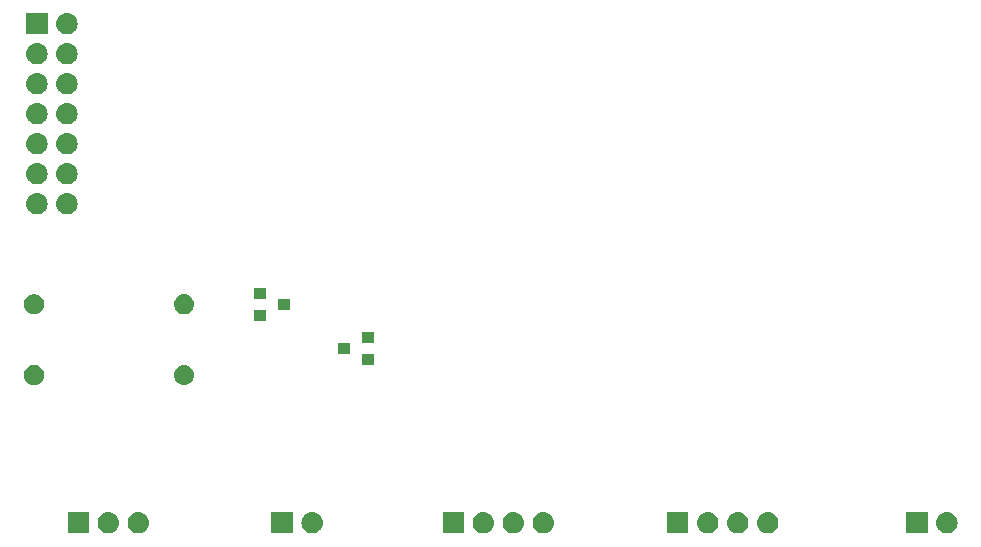
<source format=gbr>
G04 #@! TF.GenerationSoftware,KiCad,Pcbnew,(5.1.4)-1*
G04 #@! TF.CreationDate,2019-08-22T22:42:39+09:00*
G04 #@! TF.ProjectId,kagisys_shield,6b616769-7379-4735-9f73-6869656c642e,rev?*
G04 #@! TF.SameCoordinates,Original*
G04 #@! TF.FileFunction,Soldermask,Top*
G04 #@! TF.FilePolarity,Negative*
%FSLAX46Y46*%
G04 Gerber Fmt 4.6, Leading zero omitted, Abs format (unit mm)*
G04 Created by KiCad (PCBNEW (5.1.4)-1) date 2019-08-22 22:42:39*
%MOMM*%
%LPD*%
G04 APERTURE LIST*
%ADD10C,0.100000*%
G04 APERTURE END LIST*
D10*
G36*
X109151000Y-99901000D02*
G01*
X107349000Y-99901000D01*
X107349000Y-98099000D01*
X109151000Y-98099000D01*
X109151000Y-99901000D01*
X109151000Y-99901000D01*
G37*
G36*
X180151000Y-99901000D02*
G01*
X178349000Y-99901000D01*
X178349000Y-98099000D01*
X180151000Y-98099000D01*
X180151000Y-99901000D01*
X180151000Y-99901000D01*
G37*
G36*
X140901000Y-99901000D02*
G01*
X139099000Y-99901000D01*
X139099000Y-98099000D01*
X140901000Y-98099000D01*
X140901000Y-99901000D01*
X140901000Y-99901000D01*
G37*
G36*
X142650442Y-98105518D02*
G01*
X142716627Y-98112037D01*
X142886466Y-98163557D01*
X143042991Y-98247222D01*
X143078729Y-98276552D01*
X143180186Y-98359814D01*
X143263448Y-98461271D01*
X143292778Y-98497009D01*
X143376443Y-98653534D01*
X143427963Y-98823373D01*
X143445359Y-99000000D01*
X143427963Y-99176627D01*
X143376443Y-99346466D01*
X143292778Y-99502991D01*
X143263448Y-99538729D01*
X143180186Y-99640186D01*
X143078729Y-99723448D01*
X143042991Y-99752778D01*
X142886466Y-99836443D01*
X142716627Y-99887963D01*
X142650443Y-99894481D01*
X142584260Y-99901000D01*
X142495740Y-99901000D01*
X142429557Y-99894481D01*
X142363373Y-99887963D01*
X142193534Y-99836443D01*
X142037009Y-99752778D01*
X142001271Y-99723448D01*
X141899814Y-99640186D01*
X141816552Y-99538729D01*
X141787222Y-99502991D01*
X141703557Y-99346466D01*
X141652037Y-99176627D01*
X141634641Y-99000000D01*
X141652037Y-98823373D01*
X141703557Y-98653534D01*
X141787222Y-98497009D01*
X141816552Y-98461271D01*
X141899814Y-98359814D01*
X142001271Y-98276552D01*
X142037009Y-98247222D01*
X142193534Y-98163557D01*
X142363373Y-98112037D01*
X142429558Y-98105518D01*
X142495740Y-98099000D01*
X142584260Y-98099000D01*
X142650442Y-98105518D01*
X142650442Y-98105518D01*
G37*
G36*
X145190442Y-98105518D02*
G01*
X145256627Y-98112037D01*
X145426466Y-98163557D01*
X145582991Y-98247222D01*
X145618729Y-98276552D01*
X145720186Y-98359814D01*
X145803448Y-98461271D01*
X145832778Y-98497009D01*
X145916443Y-98653534D01*
X145967963Y-98823373D01*
X145985359Y-99000000D01*
X145967963Y-99176627D01*
X145916443Y-99346466D01*
X145832778Y-99502991D01*
X145803448Y-99538729D01*
X145720186Y-99640186D01*
X145618729Y-99723448D01*
X145582991Y-99752778D01*
X145426466Y-99836443D01*
X145256627Y-99887963D01*
X145190443Y-99894481D01*
X145124260Y-99901000D01*
X145035740Y-99901000D01*
X144969557Y-99894481D01*
X144903373Y-99887963D01*
X144733534Y-99836443D01*
X144577009Y-99752778D01*
X144541271Y-99723448D01*
X144439814Y-99640186D01*
X144356552Y-99538729D01*
X144327222Y-99502991D01*
X144243557Y-99346466D01*
X144192037Y-99176627D01*
X144174641Y-99000000D01*
X144192037Y-98823373D01*
X144243557Y-98653534D01*
X144327222Y-98497009D01*
X144356552Y-98461271D01*
X144439814Y-98359814D01*
X144541271Y-98276552D01*
X144577009Y-98247222D01*
X144733534Y-98163557D01*
X144903373Y-98112037D01*
X144969558Y-98105518D01*
X145035740Y-98099000D01*
X145124260Y-98099000D01*
X145190442Y-98105518D01*
X145190442Y-98105518D01*
G37*
G36*
X147730442Y-98105518D02*
G01*
X147796627Y-98112037D01*
X147966466Y-98163557D01*
X148122991Y-98247222D01*
X148158729Y-98276552D01*
X148260186Y-98359814D01*
X148343448Y-98461271D01*
X148372778Y-98497009D01*
X148456443Y-98653534D01*
X148507963Y-98823373D01*
X148525359Y-99000000D01*
X148507963Y-99176627D01*
X148456443Y-99346466D01*
X148372778Y-99502991D01*
X148343448Y-99538729D01*
X148260186Y-99640186D01*
X148158729Y-99723448D01*
X148122991Y-99752778D01*
X147966466Y-99836443D01*
X147796627Y-99887963D01*
X147730443Y-99894481D01*
X147664260Y-99901000D01*
X147575740Y-99901000D01*
X147509557Y-99894481D01*
X147443373Y-99887963D01*
X147273534Y-99836443D01*
X147117009Y-99752778D01*
X147081271Y-99723448D01*
X146979814Y-99640186D01*
X146896552Y-99538729D01*
X146867222Y-99502991D01*
X146783557Y-99346466D01*
X146732037Y-99176627D01*
X146714641Y-99000000D01*
X146732037Y-98823373D01*
X146783557Y-98653534D01*
X146867222Y-98497009D01*
X146896552Y-98461271D01*
X146979814Y-98359814D01*
X147081271Y-98276552D01*
X147117009Y-98247222D01*
X147273534Y-98163557D01*
X147443373Y-98112037D01*
X147509558Y-98105518D01*
X147575740Y-98099000D01*
X147664260Y-98099000D01*
X147730442Y-98105518D01*
X147730442Y-98105518D01*
G37*
G36*
X110900442Y-98105518D02*
G01*
X110966627Y-98112037D01*
X111136466Y-98163557D01*
X111292991Y-98247222D01*
X111328729Y-98276552D01*
X111430186Y-98359814D01*
X111513448Y-98461271D01*
X111542778Y-98497009D01*
X111626443Y-98653534D01*
X111677963Y-98823373D01*
X111695359Y-99000000D01*
X111677963Y-99176627D01*
X111626443Y-99346466D01*
X111542778Y-99502991D01*
X111513448Y-99538729D01*
X111430186Y-99640186D01*
X111328729Y-99723448D01*
X111292991Y-99752778D01*
X111136466Y-99836443D01*
X110966627Y-99887963D01*
X110900443Y-99894481D01*
X110834260Y-99901000D01*
X110745740Y-99901000D01*
X110679557Y-99894481D01*
X110613373Y-99887963D01*
X110443534Y-99836443D01*
X110287009Y-99752778D01*
X110251271Y-99723448D01*
X110149814Y-99640186D01*
X110066552Y-99538729D01*
X110037222Y-99502991D01*
X109953557Y-99346466D01*
X109902037Y-99176627D01*
X109884641Y-99000000D01*
X109902037Y-98823373D01*
X109953557Y-98653534D01*
X110037222Y-98497009D01*
X110066552Y-98461271D01*
X110149814Y-98359814D01*
X110251271Y-98276552D01*
X110287009Y-98247222D01*
X110443534Y-98163557D01*
X110613373Y-98112037D01*
X110679558Y-98105518D01*
X110745740Y-98099000D01*
X110834260Y-98099000D01*
X110900442Y-98105518D01*
X110900442Y-98105518D01*
G37*
G36*
X113440442Y-98105518D02*
G01*
X113506627Y-98112037D01*
X113676466Y-98163557D01*
X113832991Y-98247222D01*
X113868729Y-98276552D01*
X113970186Y-98359814D01*
X114053448Y-98461271D01*
X114082778Y-98497009D01*
X114166443Y-98653534D01*
X114217963Y-98823373D01*
X114235359Y-99000000D01*
X114217963Y-99176627D01*
X114166443Y-99346466D01*
X114082778Y-99502991D01*
X114053448Y-99538729D01*
X113970186Y-99640186D01*
X113868729Y-99723448D01*
X113832991Y-99752778D01*
X113676466Y-99836443D01*
X113506627Y-99887963D01*
X113440443Y-99894481D01*
X113374260Y-99901000D01*
X113285740Y-99901000D01*
X113219557Y-99894481D01*
X113153373Y-99887963D01*
X112983534Y-99836443D01*
X112827009Y-99752778D01*
X112791271Y-99723448D01*
X112689814Y-99640186D01*
X112606552Y-99538729D01*
X112577222Y-99502991D01*
X112493557Y-99346466D01*
X112442037Y-99176627D01*
X112424641Y-99000000D01*
X112442037Y-98823373D01*
X112493557Y-98653534D01*
X112577222Y-98497009D01*
X112606552Y-98461271D01*
X112689814Y-98359814D01*
X112791271Y-98276552D01*
X112827009Y-98247222D01*
X112983534Y-98163557D01*
X113153373Y-98112037D01*
X113219558Y-98105518D01*
X113285740Y-98099000D01*
X113374260Y-98099000D01*
X113440442Y-98105518D01*
X113440442Y-98105518D01*
G37*
G36*
X126401000Y-99901000D02*
G01*
X124599000Y-99901000D01*
X124599000Y-98099000D01*
X126401000Y-98099000D01*
X126401000Y-99901000D01*
X126401000Y-99901000D01*
G37*
G36*
X128150442Y-98105518D02*
G01*
X128216627Y-98112037D01*
X128386466Y-98163557D01*
X128542991Y-98247222D01*
X128578729Y-98276552D01*
X128680186Y-98359814D01*
X128763448Y-98461271D01*
X128792778Y-98497009D01*
X128876443Y-98653534D01*
X128927963Y-98823373D01*
X128945359Y-99000000D01*
X128927963Y-99176627D01*
X128876443Y-99346466D01*
X128792778Y-99502991D01*
X128763448Y-99538729D01*
X128680186Y-99640186D01*
X128578729Y-99723448D01*
X128542991Y-99752778D01*
X128386466Y-99836443D01*
X128216627Y-99887963D01*
X128150443Y-99894481D01*
X128084260Y-99901000D01*
X127995740Y-99901000D01*
X127929557Y-99894481D01*
X127863373Y-99887963D01*
X127693534Y-99836443D01*
X127537009Y-99752778D01*
X127501271Y-99723448D01*
X127399814Y-99640186D01*
X127316552Y-99538729D01*
X127287222Y-99502991D01*
X127203557Y-99346466D01*
X127152037Y-99176627D01*
X127134641Y-99000000D01*
X127152037Y-98823373D01*
X127203557Y-98653534D01*
X127287222Y-98497009D01*
X127316552Y-98461271D01*
X127399814Y-98359814D01*
X127501271Y-98276552D01*
X127537009Y-98247222D01*
X127693534Y-98163557D01*
X127863373Y-98112037D01*
X127929558Y-98105518D01*
X127995740Y-98099000D01*
X128084260Y-98099000D01*
X128150442Y-98105518D01*
X128150442Y-98105518D01*
G37*
G36*
X181900442Y-98105518D02*
G01*
X181966627Y-98112037D01*
X182136466Y-98163557D01*
X182292991Y-98247222D01*
X182328729Y-98276552D01*
X182430186Y-98359814D01*
X182513448Y-98461271D01*
X182542778Y-98497009D01*
X182626443Y-98653534D01*
X182677963Y-98823373D01*
X182695359Y-99000000D01*
X182677963Y-99176627D01*
X182626443Y-99346466D01*
X182542778Y-99502991D01*
X182513448Y-99538729D01*
X182430186Y-99640186D01*
X182328729Y-99723448D01*
X182292991Y-99752778D01*
X182136466Y-99836443D01*
X181966627Y-99887963D01*
X181900443Y-99894481D01*
X181834260Y-99901000D01*
X181745740Y-99901000D01*
X181679557Y-99894481D01*
X181613373Y-99887963D01*
X181443534Y-99836443D01*
X181287009Y-99752778D01*
X181251271Y-99723448D01*
X181149814Y-99640186D01*
X181066552Y-99538729D01*
X181037222Y-99502991D01*
X180953557Y-99346466D01*
X180902037Y-99176627D01*
X180884641Y-99000000D01*
X180902037Y-98823373D01*
X180953557Y-98653534D01*
X181037222Y-98497009D01*
X181066552Y-98461271D01*
X181149814Y-98359814D01*
X181251271Y-98276552D01*
X181287009Y-98247222D01*
X181443534Y-98163557D01*
X181613373Y-98112037D01*
X181679558Y-98105518D01*
X181745740Y-98099000D01*
X181834260Y-98099000D01*
X181900442Y-98105518D01*
X181900442Y-98105518D01*
G37*
G36*
X166730442Y-98105518D02*
G01*
X166796627Y-98112037D01*
X166966466Y-98163557D01*
X167122991Y-98247222D01*
X167158729Y-98276552D01*
X167260186Y-98359814D01*
X167343448Y-98461271D01*
X167372778Y-98497009D01*
X167456443Y-98653534D01*
X167507963Y-98823373D01*
X167525359Y-99000000D01*
X167507963Y-99176627D01*
X167456443Y-99346466D01*
X167372778Y-99502991D01*
X167343448Y-99538729D01*
X167260186Y-99640186D01*
X167158729Y-99723448D01*
X167122991Y-99752778D01*
X166966466Y-99836443D01*
X166796627Y-99887963D01*
X166730443Y-99894481D01*
X166664260Y-99901000D01*
X166575740Y-99901000D01*
X166509557Y-99894481D01*
X166443373Y-99887963D01*
X166273534Y-99836443D01*
X166117009Y-99752778D01*
X166081271Y-99723448D01*
X165979814Y-99640186D01*
X165896552Y-99538729D01*
X165867222Y-99502991D01*
X165783557Y-99346466D01*
X165732037Y-99176627D01*
X165714641Y-99000000D01*
X165732037Y-98823373D01*
X165783557Y-98653534D01*
X165867222Y-98497009D01*
X165896552Y-98461271D01*
X165979814Y-98359814D01*
X166081271Y-98276552D01*
X166117009Y-98247222D01*
X166273534Y-98163557D01*
X166443373Y-98112037D01*
X166509558Y-98105518D01*
X166575740Y-98099000D01*
X166664260Y-98099000D01*
X166730442Y-98105518D01*
X166730442Y-98105518D01*
G37*
G36*
X164190442Y-98105518D02*
G01*
X164256627Y-98112037D01*
X164426466Y-98163557D01*
X164582991Y-98247222D01*
X164618729Y-98276552D01*
X164720186Y-98359814D01*
X164803448Y-98461271D01*
X164832778Y-98497009D01*
X164916443Y-98653534D01*
X164967963Y-98823373D01*
X164985359Y-99000000D01*
X164967963Y-99176627D01*
X164916443Y-99346466D01*
X164832778Y-99502991D01*
X164803448Y-99538729D01*
X164720186Y-99640186D01*
X164618729Y-99723448D01*
X164582991Y-99752778D01*
X164426466Y-99836443D01*
X164256627Y-99887963D01*
X164190443Y-99894481D01*
X164124260Y-99901000D01*
X164035740Y-99901000D01*
X163969557Y-99894481D01*
X163903373Y-99887963D01*
X163733534Y-99836443D01*
X163577009Y-99752778D01*
X163541271Y-99723448D01*
X163439814Y-99640186D01*
X163356552Y-99538729D01*
X163327222Y-99502991D01*
X163243557Y-99346466D01*
X163192037Y-99176627D01*
X163174641Y-99000000D01*
X163192037Y-98823373D01*
X163243557Y-98653534D01*
X163327222Y-98497009D01*
X163356552Y-98461271D01*
X163439814Y-98359814D01*
X163541271Y-98276552D01*
X163577009Y-98247222D01*
X163733534Y-98163557D01*
X163903373Y-98112037D01*
X163969558Y-98105518D01*
X164035740Y-98099000D01*
X164124260Y-98099000D01*
X164190442Y-98105518D01*
X164190442Y-98105518D01*
G37*
G36*
X161650442Y-98105518D02*
G01*
X161716627Y-98112037D01*
X161886466Y-98163557D01*
X162042991Y-98247222D01*
X162078729Y-98276552D01*
X162180186Y-98359814D01*
X162263448Y-98461271D01*
X162292778Y-98497009D01*
X162376443Y-98653534D01*
X162427963Y-98823373D01*
X162445359Y-99000000D01*
X162427963Y-99176627D01*
X162376443Y-99346466D01*
X162292778Y-99502991D01*
X162263448Y-99538729D01*
X162180186Y-99640186D01*
X162078729Y-99723448D01*
X162042991Y-99752778D01*
X161886466Y-99836443D01*
X161716627Y-99887963D01*
X161650443Y-99894481D01*
X161584260Y-99901000D01*
X161495740Y-99901000D01*
X161429557Y-99894481D01*
X161363373Y-99887963D01*
X161193534Y-99836443D01*
X161037009Y-99752778D01*
X161001271Y-99723448D01*
X160899814Y-99640186D01*
X160816552Y-99538729D01*
X160787222Y-99502991D01*
X160703557Y-99346466D01*
X160652037Y-99176627D01*
X160634641Y-99000000D01*
X160652037Y-98823373D01*
X160703557Y-98653534D01*
X160787222Y-98497009D01*
X160816552Y-98461271D01*
X160899814Y-98359814D01*
X161001271Y-98276552D01*
X161037009Y-98247222D01*
X161193534Y-98163557D01*
X161363373Y-98112037D01*
X161429558Y-98105518D01*
X161495740Y-98099000D01*
X161584260Y-98099000D01*
X161650442Y-98105518D01*
X161650442Y-98105518D01*
G37*
G36*
X159901000Y-99901000D02*
G01*
X158099000Y-99901000D01*
X158099000Y-98099000D01*
X159901000Y-98099000D01*
X159901000Y-99901000D01*
X159901000Y-99901000D01*
G37*
G36*
X117366823Y-85661313D02*
G01*
X117527242Y-85709976D01*
X117594361Y-85745852D01*
X117675078Y-85788996D01*
X117804659Y-85895341D01*
X117911004Y-86024922D01*
X117911005Y-86024924D01*
X117990024Y-86172758D01*
X118038687Y-86333177D01*
X118055117Y-86500000D01*
X118038687Y-86666823D01*
X117990024Y-86827242D01*
X117949477Y-86903100D01*
X117911004Y-86975078D01*
X117804659Y-87104659D01*
X117675078Y-87211004D01*
X117675076Y-87211005D01*
X117527242Y-87290024D01*
X117366823Y-87338687D01*
X117241804Y-87351000D01*
X117158196Y-87351000D01*
X117033177Y-87338687D01*
X116872758Y-87290024D01*
X116724924Y-87211005D01*
X116724922Y-87211004D01*
X116595341Y-87104659D01*
X116488996Y-86975078D01*
X116450523Y-86903100D01*
X116409976Y-86827242D01*
X116361313Y-86666823D01*
X116344883Y-86500000D01*
X116361313Y-86333177D01*
X116409976Y-86172758D01*
X116488995Y-86024924D01*
X116488996Y-86024922D01*
X116595341Y-85895341D01*
X116724922Y-85788996D01*
X116805639Y-85745852D01*
X116872758Y-85709976D01*
X117033177Y-85661313D01*
X117158196Y-85649000D01*
X117241804Y-85649000D01*
X117366823Y-85661313D01*
X117366823Y-85661313D01*
G37*
G36*
X104748228Y-85681703D02*
G01*
X104903100Y-85745853D01*
X105042481Y-85838985D01*
X105161015Y-85957519D01*
X105254147Y-86096900D01*
X105318297Y-86251772D01*
X105351000Y-86416184D01*
X105351000Y-86583816D01*
X105318297Y-86748228D01*
X105254147Y-86903100D01*
X105161015Y-87042481D01*
X105042481Y-87161015D01*
X104903100Y-87254147D01*
X104748228Y-87318297D01*
X104583816Y-87351000D01*
X104416184Y-87351000D01*
X104251772Y-87318297D01*
X104096900Y-87254147D01*
X103957519Y-87161015D01*
X103838985Y-87042481D01*
X103745853Y-86903100D01*
X103681703Y-86748228D01*
X103649000Y-86583816D01*
X103649000Y-86416184D01*
X103681703Y-86251772D01*
X103745853Y-86096900D01*
X103838985Y-85957519D01*
X103957519Y-85838985D01*
X104096900Y-85745853D01*
X104251772Y-85681703D01*
X104416184Y-85649000D01*
X104583816Y-85649000D01*
X104748228Y-85681703D01*
X104748228Y-85681703D01*
G37*
G36*
X133251000Y-85651000D02*
G01*
X132249000Y-85651000D01*
X132249000Y-84749000D01*
X133251000Y-84749000D01*
X133251000Y-85651000D01*
X133251000Y-85651000D01*
G37*
G36*
X131251000Y-84701000D02*
G01*
X130249000Y-84701000D01*
X130249000Y-83799000D01*
X131251000Y-83799000D01*
X131251000Y-84701000D01*
X131251000Y-84701000D01*
G37*
G36*
X133251000Y-83751000D02*
G01*
X132249000Y-83751000D01*
X132249000Y-82849000D01*
X133251000Y-82849000D01*
X133251000Y-83751000D01*
X133251000Y-83751000D01*
G37*
G36*
X124136000Y-81928000D02*
G01*
X123134000Y-81928000D01*
X123134000Y-81026000D01*
X124136000Y-81026000D01*
X124136000Y-81928000D01*
X124136000Y-81928000D01*
G37*
G36*
X117366823Y-79661313D02*
G01*
X117527242Y-79709976D01*
X117594361Y-79745852D01*
X117675078Y-79788996D01*
X117804659Y-79895341D01*
X117911004Y-80024922D01*
X117911005Y-80024924D01*
X117990024Y-80172758D01*
X118038687Y-80333177D01*
X118055117Y-80500000D01*
X118038687Y-80666823D01*
X117990024Y-80827242D01*
X117949477Y-80903100D01*
X117911004Y-80975078D01*
X117804659Y-81104659D01*
X117675078Y-81211004D01*
X117675076Y-81211005D01*
X117527242Y-81290024D01*
X117366823Y-81338687D01*
X117241804Y-81351000D01*
X117158196Y-81351000D01*
X117033177Y-81338687D01*
X116872758Y-81290024D01*
X116724924Y-81211005D01*
X116724922Y-81211004D01*
X116595341Y-81104659D01*
X116488996Y-80975078D01*
X116450523Y-80903100D01*
X116409976Y-80827242D01*
X116361313Y-80666823D01*
X116344883Y-80500000D01*
X116361313Y-80333177D01*
X116409976Y-80172758D01*
X116488995Y-80024924D01*
X116488996Y-80024922D01*
X116595341Y-79895341D01*
X116724922Y-79788996D01*
X116805639Y-79745852D01*
X116872758Y-79709976D01*
X117033177Y-79661313D01*
X117158196Y-79649000D01*
X117241804Y-79649000D01*
X117366823Y-79661313D01*
X117366823Y-79661313D01*
G37*
G36*
X104748228Y-79681703D02*
G01*
X104903100Y-79745853D01*
X105042481Y-79838985D01*
X105161015Y-79957519D01*
X105254147Y-80096900D01*
X105318297Y-80251772D01*
X105351000Y-80416184D01*
X105351000Y-80583816D01*
X105318297Y-80748228D01*
X105254147Y-80903100D01*
X105161015Y-81042481D01*
X105042481Y-81161015D01*
X104903100Y-81254147D01*
X104748228Y-81318297D01*
X104583816Y-81351000D01*
X104416184Y-81351000D01*
X104251772Y-81318297D01*
X104096900Y-81254147D01*
X103957519Y-81161015D01*
X103838985Y-81042481D01*
X103745853Y-80903100D01*
X103681703Y-80748228D01*
X103649000Y-80583816D01*
X103649000Y-80416184D01*
X103681703Y-80251772D01*
X103745853Y-80096900D01*
X103838985Y-79957519D01*
X103957519Y-79838985D01*
X104096900Y-79745853D01*
X104251772Y-79681703D01*
X104416184Y-79649000D01*
X104583816Y-79649000D01*
X104748228Y-79681703D01*
X104748228Y-79681703D01*
G37*
G36*
X126136000Y-80978000D02*
G01*
X125134000Y-80978000D01*
X125134000Y-80076000D01*
X126136000Y-80076000D01*
X126136000Y-80978000D01*
X126136000Y-80978000D01*
G37*
G36*
X124136000Y-80028000D02*
G01*
X123134000Y-80028000D01*
X123134000Y-79126000D01*
X124136000Y-79126000D01*
X124136000Y-80028000D01*
X124136000Y-80028000D01*
G37*
G36*
X107400442Y-71095518D02*
G01*
X107466627Y-71102037D01*
X107636466Y-71153557D01*
X107792991Y-71237222D01*
X107828729Y-71266552D01*
X107930186Y-71349814D01*
X108013448Y-71451271D01*
X108042778Y-71487009D01*
X108126443Y-71643534D01*
X108177963Y-71813373D01*
X108195359Y-71990000D01*
X108177963Y-72166627D01*
X108126443Y-72336466D01*
X108042778Y-72492991D01*
X108013448Y-72528729D01*
X107930186Y-72630186D01*
X107828729Y-72713448D01*
X107792991Y-72742778D01*
X107636466Y-72826443D01*
X107466627Y-72877963D01*
X107400443Y-72884481D01*
X107334260Y-72891000D01*
X107245740Y-72891000D01*
X107179557Y-72884481D01*
X107113373Y-72877963D01*
X106943534Y-72826443D01*
X106787009Y-72742778D01*
X106751271Y-72713448D01*
X106649814Y-72630186D01*
X106566552Y-72528729D01*
X106537222Y-72492991D01*
X106453557Y-72336466D01*
X106402037Y-72166627D01*
X106384641Y-71990000D01*
X106402037Y-71813373D01*
X106453557Y-71643534D01*
X106537222Y-71487009D01*
X106566552Y-71451271D01*
X106649814Y-71349814D01*
X106751271Y-71266552D01*
X106787009Y-71237222D01*
X106943534Y-71153557D01*
X107113373Y-71102037D01*
X107179558Y-71095518D01*
X107245740Y-71089000D01*
X107334260Y-71089000D01*
X107400442Y-71095518D01*
X107400442Y-71095518D01*
G37*
G36*
X104860442Y-71095518D02*
G01*
X104926627Y-71102037D01*
X105096466Y-71153557D01*
X105252991Y-71237222D01*
X105288729Y-71266552D01*
X105390186Y-71349814D01*
X105473448Y-71451271D01*
X105502778Y-71487009D01*
X105586443Y-71643534D01*
X105637963Y-71813373D01*
X105655359Y-71990000D01*
X105637963Y-72166627D01*
X105586443Y-72336466D01*
X105502778Y-72492991D01*
X105473448Y-72528729D01*
X105390186Y-72630186D01*
X105288729Y-72713448D01*
X105252991Y-72742778D01*
X105096466Y-72826443D01*
X104926627Y-72877963D01*
X104860443Y-72884481D01*
X104794260Y-72891000D01*
X104705740Y-72891000D01*
X104639557Y-72884481D01*
X104573373Y-72877963D01*
X104403534Y-72826443D01*
X104247009Y-72742778D01*
X104211271Y-72713448D01*
X104109814Y-72630186D01*
X104026552Y-72528729D01*
X103997222Y-72492991D01*
X103913557Y-72336466D01*
X103862037Y-72166627D01*
X103844641Y-71990000D01*
X103862037Y-71813373D01*
X103913557Y-71643534D01*
X103997222Y-71487009D01*
X104026552Y-71451271D01*
X104109814Y-71349814D01*
X104211271Y-71266552D01*
X104247009Y-71237222D01*
X104403534Y-71153557D01*
X104573373Y-71102037D01*
X104639558Y-71095518D01*
X104705740Y-71089000D01*
X104794260Y-71089000D01*
X104860442Y-71095518D01*
X104860442Y-71095518D01*
G37*
G36*
X107400442Y-68555518D02*
G01*
X107466627Y-68562037D01*
X107636466Y-68613557D01*
X107792991Y-68697222D01*
X107828729Y-68726552D01*
X107930186Y-68809814D01*
X108013448Y-68911271D01*
X108042778Y-68947009D01*
X108126443Y-69103534D01*
X108177963Y-69273373D01*
X108195359Y-69450000D01*
X108177963Y-69626627D01*
X108126443Y-69796466D01*
X108042778Y-69952991D01*
X108013448Y-69988729D01*
X107930186Y-70090186D01*
X107828729Y-70173448D01*
X107792991Y-70202778D01*
X107636466Y-70286443D01*
X107466627Y-70337963D01*
X107400442Y-70344482D01*
X107334260Y-70351000D01*
X107245740Y-70351000D01*
X107179558Y-70344482D01*
X107113373Y-70337963D01*
X106943534Y-70286443D01*
X106787009Y-70202778D01*
X106751271Y-70173448D01*
X106649814Y-70090186D01*
X106566552Y-69988729D01*
X106537222Y-69952991D01*
X106453557Y-69796466D01*
X106402037Y-69626627D01*
X106384641Y-69450000D01*
X106402037Y-69273373D01*
X106453557Y-69103534D01*
X106537222Y-68947009D01*
X106566552Y-68911271D01*
X106649814Y-68809814D01*
X106751271Y-68726552D01*
X106787009Y-68697222D01*
X106943534Y-68613557D01*
X107113373Y-68562037D01*
X107179558Y-68555518D01*
X107245740Y-68549000D01*
X107334260Y-68549000D01*
X107400442Y-68555518D01*
X107400442Y-68555518D01*
G37*
G36*
X104860442Y-68555518D02*
G01*
X104926627Y-68562037D01*
X105096466Y-68613557D01*
X105252991Y-68697222D01*
X105288729Y-68726552D01*
X105390186Y-68809814D01*
X105473448Y-68911271D01*
X105502778Y-68947009D01*
X105586443Y-69103534D01*
X105637963Y-69273373D01*
X105655359Y-69450000D01*
X105637963Y-69626627D01*
X105586443Y-69796466D01*
X105502778Y-69952991D01*
X105473448Y-69988729D01*
X105390186Y-70090186D01*
X105288729Y-70173448D01*
X105252991Y-70202778D01*
X105096466Y-70286443D01*
X104926627Y-70337963D01*
X104860442Y-70344482D01*
X104794260Y-70351000D01*
X104705740Y-70351000D01*
X104639558Y-70344482D01*
X104573373Y-70337963D01*
X104403534Y-70286443D01*
X104247009Y-70202778D01*
X104211271Y-70173448D01*
X104109814Y-70090186D01*
X104026552Y-69988729D01*
X103997222Y-69952991D01*
X103913557Y-69796466D01*
X103862037Y-69626627D01*
X103844641Y-69450000D01*
X103862037Y-69273373D01*
X103913557Y-69103534D01*
X103997222Y-68947009D01*
X104026552Y-68911271D01*
X104109814Y-68809814D01*
X104211271Y-68726552D01*
X104247009Y-68697222D01*
X104403534Y-68613557D01*
X104573373Y-68562037D01*
X104639558Y-68555518D01*
X104705740Y-68549000D01*
X104794260Y-68549000D01*
X104860442Y-68555518D01*
X104860442Y-68555518D01*
G37*
G36*
X107400443Y-66015519D02*
G01*
X107466627Y-66022037D01*
X107636466Y-66073557D01*
X107792991Y-66157222D01*
X107828729Y-66186552D01*
X107930186Y-66269814D01*
X108013448Y-66371271D01*
X108042778Y-66407009D01*
X108126443Y-66563534D01*
X108177963Y-66733373D01*
X108195359Y-66910000D01*
X108177963Y-67086627D01*
X108126443Y-67256466D01*
X108042778Y-67412991D01*
X108013448Y-67448729D01*
X107930186Y-67550186D01*
X107828729Y-67633448D01*
X107792991Y-67662778D01*
X107636466Y-67746443D01*
X107466627Y-67797963D01*
X107400442Y-67804482D01*
X107334260Y-67811000D01*
X107245740Y-67811000D01*
X107179558Y-67804482D01*
X107113373Y-67797963D01*
X106943534Y-67746443D01*
X106787009Y-67662778D01*
X106751271Y-67633448D01*
X106649814Y-67550186D01*
X106566552Y-67448729D01*
X106537222Y-67412991D01*
X106453557Y-67256466D01*
X106402037Y-67086627D01*
X106384641Y-66910000D01*
X106402037Y-66733373D01*
X106453557Y-66563534D01*
X106537222Y-66407009D01*
X106566552Y-66371271D01*
X106649814Y-66269814D01*
X106751271Y-66186552D01*
X106787009Y-66157222D01*
X106943534Y-66073557D01*
X107113373Y-66022037D01*
X107179557Y-66015519D01*
X107245740Y-66009000D01*
X107334260Y-66009000D01*
X107400443Y-66015519D01*
X107400443Y-66015519D01*
G37*
G36*
X104860443Y-66015519D02*
G01*
X104926627Y-66022037D01*
X105096466Y-66073557D01*
X105252991Y-66157222D01*
X105288729Y-66186552D01*
X105390186Y-66269814D01*
X105473448Y-66371271D01*
X105502778Y-66407009D01*
X105586443Y-66563534D01*
X105637963Y-66733373D01*
X105655359Y-66910000D01*
X105637963Y-67086627D01*
X105586443Y-67256466D01*
X105502778Y-67412991D01*
X105473448Y-67448729D01*
X105390186Y-67550186D01*
X105288729Y-67633448D01*
X105252991Y-67662778D01*
X105096466Y-67746443D01*
X104926627Y-67797963D01*
X104860442Y-67804482D01*
X104794260Y-67811000D01*
X104705740Y-67811000D01*
X104639558Y-67804482D01*
X104573373Y-67797963D01*
X104403534Y-67746443D01*
X104247009Y-67662778D01*
X104211271Y-67633448D01*
X104109814Y-67550186D01*
X104026552Y-67448729D01*
X103997222Y-67412991D01*
X103913557Y-67256466D01*
X103862037Y-67086627D01*
X103844641Y-66910000D01*
X103862037Y-66733373D01*
X103913557Y-66563534D01*
X103997222Y-66407009D01*
X104026552Y-66371271D01*
X104109814Y-66269814D01*
X104211271Y-66186552D01*
X104247009Y-66157222D01*
X104403534Y-66073557D01*
X104573373Y-66022037D01*
X104639557Y-66015519D01*
X104705740Y-66009000D01*
X104794260Y-66009000D01*
X104860443Y-66015519D01*
X104860443Y-66015519D01*
G37*
G36*
X107400443Y-63475519D02*
G01*
X107466627Y-63482037D01*
X107636466Y-63533557D01*
X107792991Y-63617222D01*
X107828729Y-63646552D01*
X107930186Y-63729814D01*
X108013448Y-63831271D01*
X108042778Y-63867009D01*
X108126443Y-64023534D01*
X108177963Y-64193373D01*
X108195359Y-64370000D01*
X108177963Y-64546627D01*
X108126443Y-64716466D01*
X108042778Y-64872991D01*
X108013448Y-64908729D01*
X107930186Y-65010186D01*
X107828729Y-65093448D01*
X107792991Y-65122778D01*
X107636466Y-65206443D01*
X107466627Y-65257963D01*
X107400443Y-65264481D01*
X107334260Y-65271000D01*
X107245740Y-65271000D01*
X107179557Y-65264481D01*
X107113373Y-65257963D01*
X106943534Y-65206443D01*
X106787009Y-65122778D01*
X106751271Y-65093448D01*
X106649814Y-65010186D01*
X106566552Y-64908729D01*
X106537222Y-64872991D01*
X106453557Y-64716466D01*
X106402037Y-64546627D01*
X106384641Y-64370000D01*
X106402037Y-64193373D01*
X106453557Y-64023534D01*
X106537222Y-63867009D01*
X106566552Y-63831271D01*
X106649814Y-63729814D01*
X106751271Y-63646552D01*
X106787009Y-63617222D01*
X106943534Y-63533557D01*
X107113373Y-63482037D01*
X107179557Y-63475519D01*
X107245740Y-63469000D01*
X107334260Y-63469000D01*
X107400443Y-63475519D01*
X107400443Y-63475519D01*
G37*
G36*
X104860443Y-63475519D02*
G01*
X104926627Y-63482037D01*
X105096466Y-63533557D01*
X105252991Y-63617222D01*
X105288729Y-63646552D01*
X105390186Y-63729814D01*
X105473448Y-63831271D01*
X105502778Y-63867009D01*
X105586443Y-64023534D01*
X105637963Y-64193373D01*
X105655359Y-64370000D01*
X105637963Y-64546627D01*
X105586443Y-64716466D01*
X105502778Y-64872991D01*
X105473448Y-64908729D01*
X105390186Y-65010186D01*
X105288729Y-65093448D01*
X105252991Y-65122778D01*
X105096466Y-65206443D01*
X104926627Y-65257963D01*
X104860443Y-65264481D01*
X104794260Y-65271000D01*
X104705740Y-65271000D01*
X104639557Y-65264481D01*
X104573373Y-65257963D01*
X104403534Y-65206443D01*
X104247009Y-65122778D01*
X104211271Y-65093448D01*
X104109814Y-65010186D01*
X104026552Y-64908729D01*
X103997222Y-64872991D01*
X103913557Y-64716466D01*
X103862037Y-64546627D01*
X103844641Y-64370000D01*
X103862037Y-64193373D01*
X103913557Y-64023534D01*
X103997222Y-63867009D01*
X104026552Y-63831271D01*
X104109814Y-63729814D01*
X104211271Y-63646552D01*
X104247009Y-63617222D01*
X104403534Y-63533557D01*
X104573373Y-63482037D01*
X104639557Y-63475519D01*
X104705740Y-63469000D01*
X104794260Y-63469000D01*
X104860443Y-63475519D01*
X104860443Y-63475519D01*
G37*
G36*
X107400443Y-60935519D02*
G01*
X107466627Y-60942037D01*
X107636466Y-60993557D01*
X107792991Y-61077222D01*
X107828729Y-61106552D01*
X107930186Y-61189814D01*
X108013448Y-61291271D01*
X108042778Y-61327009D01*
X108126443Y-61483534D01*
X108177963Y-61653373D01*
X108195359Y-61830000D01*
X108177963Y-62006627D01*
X108126443Y-62176466D01*
X108042778Y-62332991D01*
X108013448Y-62368729D01*
X107930186Y-62470186D01*
X107828729Y-62553448D01*
X107792991Y-62582778D01*
X107636466Y-62666443D01*
X107466627Y-62717963D01*
X107400443Y-62724481D01*
X107334260Y-62731000D01*
X107245740Y-62731000D01*
X107179557Y-62724481D01*
X107113373Y-62717963D01*
X106943534Y-62666443D01*
X106787009Y-62582778D01*
X106751271Y-62553448D01*
X106649814Y-62470186D01*
X106566552Y-62368729D01*
X106537222Y-62332991D01*
X106453557Y-62176466D01*
X106402037Y-62006627D01*
X106384641Y-61830000D01*
X106402037Y-61653373D01*
X106453557Y-61483534D01*
X106537222Y-61327009D01*
X106566552Y-61291271D01*
X106649814Y-61189814D01*
X106751271Y-61106552D01*
X106787009Y-61077222D01*
X106943534Y-60993557D01*
X107113373Y-60942037D01*
X107179557Y-60935519D01*
X107245740Y-60929000D01*
X107334260Y-60929000D01*
X107400443Y-60935519D01*
X107400443Y-60935519D01*
G37*
G36*
X104860443Y-60935519D02*
G01*
X104926627Y-60942037D01*
X105096466Y-60993557D01*
X105252991Y-61077222D01*
X105288729Y-61106552D01*
X105390186Y-61189814D01*
X105473448Y-61291271D01*
X105502778Y-61327009D01*
X105586443Y-61483534D01*
X105637963Y-61653373D01*
X105655359Y-61830000D01*
X105637963Y-62006627D01*
X105586443Y-62176466D01*
X105502778Y-62332991D01*
X105473448Y-62368729D01*
X105390186Y-62470186D01*
X105288729Y-62553448D01*
X105252991Y-62582778D01*
X105096466Y-62666443D01*
X104926627Y-62717963D01*
X104860443Y-62724481D01*
X104794260Y-62731000D01*
X104705740Y-62731000D01*
X104639557Y-62724481D01*
X104573373Y-62717963D01*
X104403534Y-62666443D01*
X104247009Y-62582778D01*
X104211271Y-62553448D01*
X104109814Y-62470186D01*
X104026552Y-62368729D01*
X103997222Y-62332991D01*
X103913557Y-62176466D01*
X103862037Y-62006627D01*
X103844641Y-61830000D01*
X103862037Y-61653373D01*
X103913557Y-61483534D01*
X103997222Y-61327009D01*
X104026552Y-61291271D01*
X104109814Y-61189814D01*
X104211271Y-61106552D01*
X104247009Y-61077222D01*
X104403534Y-60993557D01*
X104573373Y-60942037D01*
X104639557Y-60935519D01*
X104705740Y-60929000D01*
X104794260Y-60929000D01*
X104860443Y-60935519D01*
X104860443Y-60935519D01*
G37*
G36*
X104860442Y-58395518D02*
G01*
X104926627Y-58402037D01*
X105096466Y-58453557D01*
X105252991Y-58537222D01*
X105288729Y-58566552D01*
X105390186Y-58649814D01*
X105473448Y-58751271D01*
X105502778Y-58787009D01*
X105586443Y-58943534D01*
X105637963Y-59113373D01*
X105655359Y-59290000D01*
X105637963Y-59466627D01*
X105586443Y-59636466D01*
X105502778Y-59792991D01*
X105473448Y-59828729D01*
X105390186Y-59930186D01*
X105288729Y-60013448D01*
X105252991Y-60042778D01*
X105096466Y-60126443D01*
X104926627Y-60177963D01*
X104860442Y-60184482D01*
X104794260Y-60191000D01*
X104705740Y-60191000D01*
X104639558Y-60184482D01*
X104573373Y-60177963D01*
X104403534Y-60126443D01*
X104247009Y-60042778D01*
X104211271Y-60013448D01*
X104109814Y-59930186D01*
X104026552Y-59828729D01*
X103997222Y-59792991D01*
X103913557Y-59636466D01*
X103862037Y-59466627D01*
X103844641Y-59290000D01*
X103862037Y-59113373D01*
X103913557Y-58943534D01*
X103997222Y-58787009D01*
X104026552Y-58751271D01*
X104109814Y-58649814D01*
X104211271Y-58566552D01*
X104247009Y-58537222D01*
X104403534Y-58453557D01*
X104573373Y-58402037D01*
X104639558Y-58395518D01*
X104705740Y-58389000D01*
X104794260Y-58389000D01*
X104860442Y-58395518D01*
X104860442Y-58395518D01*
G37*
G36*
X107400442Y-58395518D02*
G01*
X107466627Y-58402037D01*
X107636466Y-58453557D01*
X107792991Y-58537222D01*
X107828729Y-58566552D01*
X107930186Y-58649814D01*
X108013448Y-58751271D01*
X108042778Y-58787009D01*
X108126443Y-58943534D01*
X108177963Y-59113373D01*
X108195359Y-59290000D01*
X108177963Y-59466627D01*
X108126443Y-59636466D01*
X108042778Y-59792991D01*
X108013448Y-59828729D01*
X107930186Y-59930186D01*
X107828729Y-60013448D01*
X107792991Y-60042778D01*
X107636466Y-60126443D01*
X107466627Y-60177963D01*
X107400442Y-60184482D01*
X107334260Y-60191000D01*
X107245740Y-60191000D01*
X107179558Y-60184482D01*
X107113373Y-60177963D01*
X106943534Y-60126443D01*
X106787009Y-60042778D01*
X106751271Y-60013448D01*
X106649814Y-59930186D01*
X106566552Y-59828729D01*
X106537222Y-59792991D01*
X106453557Y-59636466D01*
X106402037Y-59466627D01*
X106384641Y-59290000D01*
X106402037Y-59113373D01*
X106453557Y-58943534D01*
X106537222Y-58787009D01*
X106566552Y-58751271D01*
X106649814Y-58649814D01*
X106751271Y-58566552D01*
X106787009Y-58537222D01*
X106943534Y-58453557D01*
X107113373Y-58402037D01*
X107179558Y-58395518D01*
X107245740Y-58389000D01*
X107334260Y-58389000D01*
X107400442Y-58395518D01*
X107400442Y-58395518D01*
G37*
G36*
X107400443Y-55855519D02*
G01*
X107466627Y-55862037D01*
X107636466Y-55913557D01*
X107792991Y-55997222D01*
X107828729Y-56026552D01*
X107930186Y-56109814D01*
X108013448Y-56211271D01*
X108042778Y-56247009D01*
X108126443Y-56403534D01*
X108177963Y-56573373D01*
X108195359Y-56750000D01*
X108177963Y-56926627D01*
X108126443Y-57096466D01*
X108042778Y-57252991D01*
X108013448Y-57288729D01*
X107930186Y-57390186D01*
X107828729Y-57473448D01*
X107792991Y-57502778D01*
X107636466Y-57586443D01*
X107466627Y-57637963D01*
X107400442Y-57644482D01*
X107334260Y-57651000D01*
X107245740Y-57651000D01*
X107179558Y-57644482D01*
X107113373Y-57637963D01*
X106943534Y-57586443D01*
X106787009Y-57502778D01*
X106751271Y-57473448D01*
X106649814Y-57390186D01*
X106566552Y-57288729D01*
X106537222Y-57252991D01*
X106453557Y-57096466D01*
X106402037Y-56926627D01*
X106384641Y-56750000D01*
X106402037Y-56573373D01*
X106453557Y-56403534D01*
X106537222Y-56247009D01*
X106566552Y-56211271D01*
X106649814Y-56109814D01*
X106751271Y-56026552D01*
X106787009Y-55997222D01*
X106943534Y-55913557D01*
X107113373Y-55862037D01*
X107179557Y-55855519D01*
X107245740Y-55849000D01*
X107334260Y-55849000D01*
X107400443Y-55855519D01*
X107400443Y-55855519D01*
G37*
G36*
X105651000Y-57651000D02*
G01*
X103849000Y-57651000D01*
X103849000Y-55849000D01*
X105651000Y-55849000D01*
X105651000Y-57651000D01*
X105651000Y-57651000D01*
G37*
M02*

</source>
